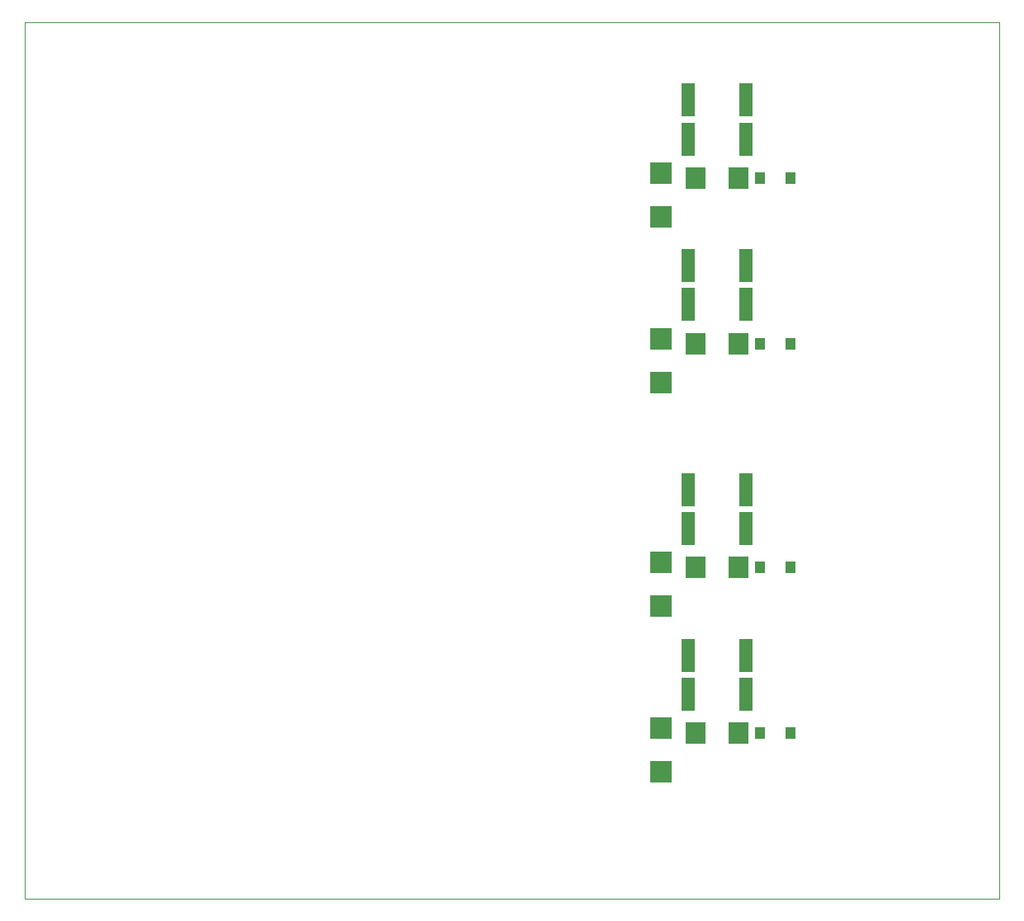
<source format=gtp>
G04 Layer_Color=8421504*
%FSLAX25Y25*%
%MOIN*%
G70*
G01*
G75*
%ADD12R,0.08268X0.09055*%
%ADD13R,0.05315X0.13386*%
%ADD14R,0.09055X0.09055*%
%ADD15R,0.04331X0.04724*%
%ADD21C,0.00394*%
D12*
X270866Y-110236D02*
D03*
X288189D02*
D03*
X270866Y114173D02*
D03*
X288189D02*
D03*
Y-43307D02*
D03*
X270866D02*
D03*
X288189Y47244D02*
D03*
X270866D02*
D03*
D13*
X291240Y-94488D02*
D03*
X267815D02*
D03*
X291240Y-78740D02*
D03*
X267815D02*
D03*
X291240Y129921D02*
D03*
X267815D02*
D03*
X291240Y145669D02*
D03*
X267815D02*
D03*
X291240Y-11811D02*
D03*
X267815D02*
D03*
X291240Y-27559D02*
D03*
X267815D02*
D03*
X291240Y78740D02*
D03*
X267815D02*
D03*
X291240Y62992D02*
D03*
X267815D02*
D03*
D14*
X256890Y-125984D02*
D03*
Y-108268D02*
D03*
Y98425D02*
D03*
Y116142D02*
D03*
Y-59055D02*
D03*
Y-41339D02*
D03*
Y31496D02*
D03*
Y49213D02*
D03*
D15*
X309252Y47244D02*
D03*
X297047D02*
D03*
X309252Y-43307D02*
D03*
X297047D02*
D03*
X309252Y114173D02*
D03*
X297047D02*
D03*
X309252Y-110236D02*
D03*
X297047D02*
D03*
D21*
X0Y-177165D02*
X393701D01*
X0D02*
Y177165D01*
X393701Y-177165D02*
Y177165D01*
X0D02*
X393701D01*
M02*

</source>
